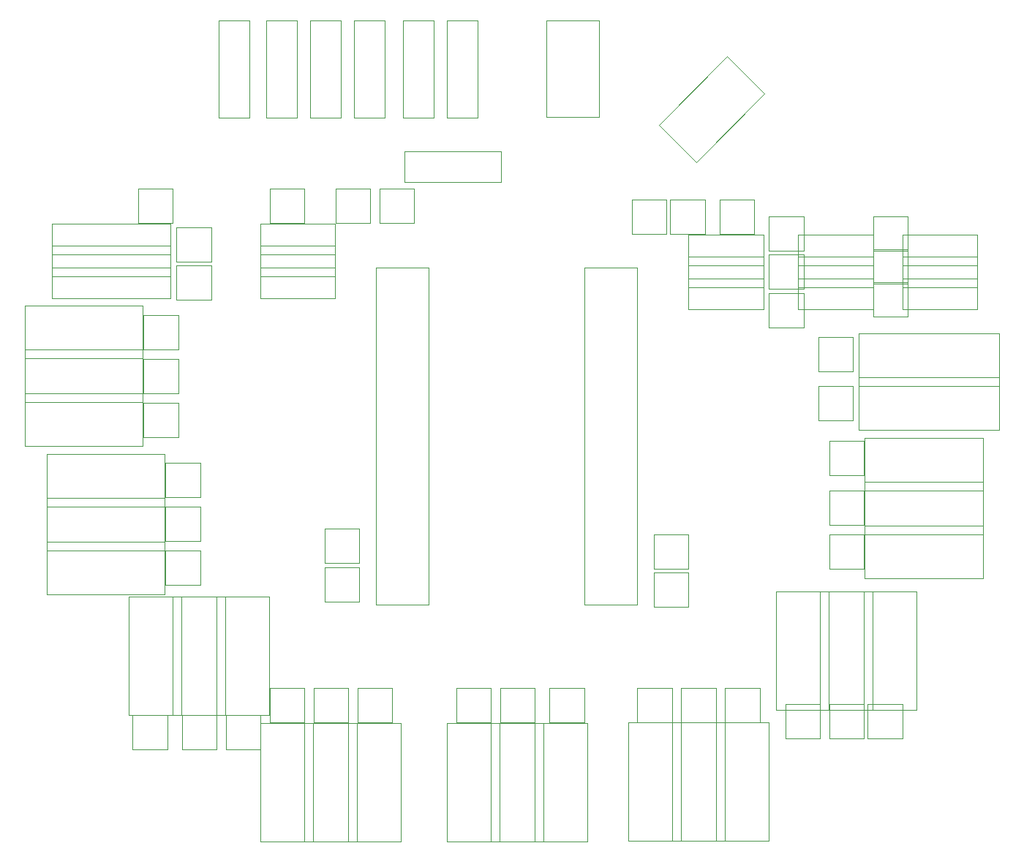
<source format=gbr>
%TF.GenerationSoftware,KiCad,Pcbnew,(5.1.9)-1*%
%TF.CreationDate,2021-04-12T23:12:51+02:00*%
%TF.ProjectId,Version1Female,56657273-696f-46e3-9146-656d616c652e,rev?*%
%TF.SameCoordinates,Original*%
%TF.FileFunction,Other,User*%
%FSLAX46Y46*%
G04 Gerber Fmt 4.6, Leading zero omitted, Abs format (unit mm)*
G04 Created by KiCad (PCBNEW (5.1.9)-1) date 2021-04-12 23:12:51*
%MOMM*%
%LPD*%
G01*
G04 APERTURE LIST*
%ADD10C,0.050000*%
G04 APERTURE END LIST*
D10*
%TO.C,J17*%
X111230000Y-45845000D02*
X111230000Y-57045000D01*
X114780000Y-45845000D02*
X111230000Y-45845000D01*
X114780000Y-57045000D02*
X114780000Y-45845000D01*
X111230000Y-57045000D02*
X114780000Y-57045000D01*
%TO.C,J6*%
X121390000Y-45845000D02*
X121390000Y-57045000D01*
X124940000Y-45845000D02*
X121390000Y-45845000D01*
X124940000Y-57045000D02*
X124940000Y-45845000D01*
X121390000Y-57045000D02*
X124940000Y-57045000D01*
%TO.C,J14*%
X105760000Y-45845000D02*
X105760000Y-57045000D01*
X109310000Y-45845000D02*
X105760000Y-45845000D01*
X109310000Y-57045000D02*
X109310000Y-45845000D01*
X105760000Y-57045000D02*
X109310000Y-57045000D01*
%TO.C,J12*%
X127105000Y-45845000D02*
X127105000Y-57045000D01*
X130655000Y-45845000D02*
X127105000Y-45845000D01*
X130655000Y-57045000D02*
X130655000Y-45845000D01*
X127105000Y-57045000D02*
X130655000Y-57045000D01*
%TO.C,J9*%
X132185000Y-45845000D02*
X132185000Y-57045000D01*
X135735000Y-45845000D02*
X132185000Y-45845000D01*
X135735000Y-57045000D02*
X135735000Y-45845000D01*
X132185000Y-57045000D02*
X135735000Y-57045000D01*
%TO.C,J4*%
X116310000Y-45845000D02*
X116310000Y-57045000D01*
X119860000Y-45845000D02*
X116310000Y-45845000D01*
X119860000Y-57045000D02*
X119860000Y-45845000D01*
X116310000Y-57045000D02*
X119860000Y-57045000D01*
%TO.C,J59*%
X149755000Y-57025000D02*
X149755000Y-45825000D01*
X143655000Y-57025000D02*
X149755000Y-57025000D01*
X143655000Y-45825000D02*
X143655000Y-57025000D01*
X149755000Y-45825000D02*
X143655000Y-45825000D01*
%TO.C,J58*%
X156694364Y-57893949D02*
X161007716Y-62207300D01*
X161007716Y-62207300D02*
X168927312Y-54287704D01*
X168927312Y-54287704D02*
X164613960Y-49974353D01*
X164613960Y-49974353D02*
X156694364Y-57893949D01*
%TO.C,J57*%
X193540000Y-75670000D02*
X184890000Y-75670000D01*
X193540000Y-79220000D02*
X193540000Y-75670000D01*
X184890000Y-79220000D02*
X193540000Y-79220000D01*
X184890000Y-75670000D02*
X184890000Y-79220000D01*
%TO.C,J56*%
X193540000Y-73130000D02*
X184890000Y-73130000D01*
X193540000Y-76680000D02*
X193540000Y-73130000D01*
X184890000Y-76680000D02*
X193540000Y-76680000D01*
X184890000Y-73130000D02*
X184890000Y-76680000D01*
%TO.C,J55*%
X169440000Y-140805000D02*
X169440000Y-127105000D01*
X163340000Y-140805000D02*
X169440000Y-140805000D01*
X163340000Y-127105000D02*
X163340000Y-140805000D01*
X169440000Y-127105000D02*
X163340000Y-127105000D01*
%TO.C,J54*%
X115675000Y-127165000D02*
X115675000Y-140865000D01*
X121775000Y-127165000D02*
X115675000Y-127165000D01*
X121775000Y-140865000D02*
X121775000Y-127165000D01*
X115675000Y-140865000D02*
X121775000Y-140865000D01*
%TO.C,J53*%
X110595000Y-127165000D02*
X110595000Y-140865000D01*
X116695000Y-127165000D02*
X110595000Y-127165000D01*
X116695000Y-140865000D02*
X116695000Y-127165000D01*
X110595000Y-140865000D02*
X116695000Y-140865000D01*
%TO.C,J52*%
X96990000Y-78845000D02*
X83290000Y-78845000D01*
X96990000Y-84945000D02*
X96990000Y-78845000D01*
X83290000Y-84945000D02*
X96990000Y-84945000D01*
X83290000Y-78845000D02*
X83290000Y-84945000D01*
%TO.C,J51*%
X96990000Y-83925000D02*
X83290000Y-83925000D01*
X96990000Y-90025000D02*
X96990000Y-83925000D01*
X83290000Y-90025000D02*
X96990000Y-90025000D01*
X83290000Y-83925000D02*
X83290000Y-90025000D01*
%TO.C,J50*%
X96990000Y-89005000D02*
X83290000Y-89005000D01*
X96990000Y-95105000D02*
X96990000Y-89005000D01*
X83290000Y-95105000D02*
X96990000Y-95105000D01*
X83290000Y-89005000D02*
X83290000Y-95105000D01*
%TO.C,J48*%
X99530000Y-95990000D02*
X85830000Y-95990000D01*
X99530000Y-102090000D02*
X99530000Y-95990000D01*
X85830000Y-102090000D02*
X99530000Y-102090000D01*
X85830000Y-95990000D02*
X85830000Y-102090000D01*
%TO.C,J47*%
X99530000Y-101070000D02*
X85830000Y-101070000D01*
X99530000Y-107170000D02*
X99530000Y-101070000D01*
X85830000Y-107170000D02*
X99530000Y-107170000D01*
X85830000Y-101070000D02*
X85830000Y-107170000D01*
%TO.C,J46*%
X99530000Y-106150000D02*
X85830000Y-106150000D01*
X99530000Y-112250000D02*
X99530000Y-106150000D01*
X85830000Y-112250000D02*
X99530000Y-112250000D01*
X85830000Y-106150000D02*
X85830000Y-112250000D01*
%TO.C,J45*%
X100165000Y-69320000D02*
X86465000Y-69320000D01*
X100165000Y-72870000D02*
X100165000Y-69320000D01*
X86465000Y-72870000D02*
X100165000Y-72870000D01*
X86465000Y-69320000D02*
X86465000Y-72870000D01*
%TO.C,J44*%
X105515000Y-112560000D02*
X105515000Y-126260000D01*
X111615000Y-112560000D02*
X105515000Y-112560000D01*
X111615000Y-126260000D02*
X111615000Y-112560000D01*
X105515000Y-126260000D02*
X111615000Y-126260000D01*
%TO.C,J43*%
X100435000Y-112560000D02*
X100435000Y-126260000D01*
X106535000Y-112560000D02*
X100435000Y-112560000D01*
X106535000Y-126260000D02*
X106535000Y-112560000D01*
X100435000Y-126260000D02*
X106535000Y-126260000D01*
%TO.C,J42*%
X95355000Y-112560000D02*
X95355000Y-126260000D01*
X101455000Y-112560000D02*
X95355000Y-112560000D01*
X101455000Y-126260000D02*
X101455000Y-112560000D01*
X95355000Y-126260000D02*
X101455000Y-126260000D01*
%TO.C,J41*%
X180505000Y-100225000D02*
X194205000Y-100225000D01*
X180505000Y-94125000D02*
X180505000Y-100225000D01*
X194205000Y-94125000D02*
X180505000Y-94125000D01*
X194205000Y-100225000D02*
X194205000Y-94125000D01*
%TO.C,J40*%
X180505000Y-105305000D02*
X194205000Y-105305000D01*
X180505000Y-99205000D02*
X180505000Y-105305000D01*
X194205000Y-99205000D02*
X180505000Y-99205000D01*
X194205000Y-105305000D02*
X194205000Y-99205000D01*
%TO.C,J39*%
X180505000Y-110385000D02*
X194205000Y-110385000D01*
X180505000Y-104285000D02*
X180505000Y-110385000D01*
X194205000Y-104285000D02*
X180505000Y-104285000D01*
X194205000Y-110385000D02*
X194205000Y-104285000D01*
%TO.C,J38*%
X180445000Y-111925000D02*
X180445000Y-125625000D01*
X186545000Y-111925000D02*
X180445000Y-111925000D01*
X186545000Y-125625000D02*
X186545000Y-111925000D01*
X180445000Y-125625000D02*
X186545000Y-125625000D01*
%TO.C,J37*%
X193540000Y-70590000D02*
X184890000Y-70590000D01*
X193540000Y-74140000D02*
X193540000Y-70590000D01*
X184890000Y-74140000D02*
X193540000Y-74140000D01*
X184890000Y-70590000D02*
X184890000Y-74140000D01*
%TO.C,J36*%
X181505000Y-74190000D02*
X181505000Y-70640000D01*
X181505000Y-70640000D02*
X172855000Y-70640000D01*
X172855000Y-70640000D02*
X172855000Y-74190000D01*
X172855000Y-74190000D02*
X181505000Y-74190000D01*
%TO.C,J35*%
X119245000Y-69320000D02*
X110595000Y-69320000D01*
X119245000Y-72870000D02*
X119245000Y-69320000D01*
X110595000Y-72870000D02*
X119245000Y-72870000D01*
X110595000Y-69320000D02*
X110595000Y-72870000D01*
%TO.C,J34*%
X160155000Y-74190000D02*
X168805000Y-74190000D01*
X160155000Y-70640000D02*
X160155000Y-74190000D01*
X168805000Y-70640000D02*
X160155000Y-70640000D01*
X168805000Y-74190000D02*
X168805000Y-70640000D01*
%TO.C,J33*%
X100165000Y-71860000D02*
X86465000Y-71860000D01*
X100165000Y-75410000D02*
X100165000Y-71860000D01*
X86465000Y-75410000D02*
X100165000Y-75410000D01*
X86465000Y-71860000D02*
X86465000Y-75410000D01*
%TO.C,J32*%
X175365000Y-111925000D02*
X175365000Y-125625000D01*
X181465000Y-111925000D02*
X175365000Y-111925000D01*
X181465000Y-125625000D02*
X181465000Y-111925000D01*
X175365000Y-125625000D02*
X181465000Y-125625000D01*
%TO.C,J31*%
X170285000Y-111925000D02*
X170285000Y-125625000D01*
X176385000Y-111925000D02*
X170285000Y-111925000D01*
X176385000Y-125625000D02*
X176385000Y-111925000D01*
X170285000Y-125625000D02*
X176385000Y-125625000D01*
%TO.C,J30*%
X164360000Y-140805000D02*
X164360000Y-127105000D01*
X158260000Y-140805000D02*
X164360000Y-140805000D01*
X158260000Y-127105000D02*
X158260000Y-140805000D01*
X164360000Y-127105000D02*
X158260000Y-127105000D01*
%TO.C,J29*%
X159280000Y-140805000D02*
X159280000Y-127105000D01*
X153180000Y-140805000D02*
X159280000Y-140805000D01*
X153180000Y-127105000D02*
X153180000Y-140805000D01*
X159280000Y-127105000D02*
X153180000Y-127105000D01*
%TO.C,J28*%
X142345000Y-127165000D02*
X142345000Y-140865000D01*
X148445000Y-127165000D02*
X142345000Y-127165000D01*
X148445000Y-140865000D02*
X148445000Y-127165000D01*
X142345000Y-140865000D02*
X148445000Y-140865000D01*
%TO.C,J27*%
X137265000Y-127165000D02*
X137265000Y-140865000D01*
X143365000Y-127165000D02*
X137265000Y-127165000D01*
X143365000Y-140865000D02*
X143365000Y-127165000D01*
X137265000Y-140865000D02*
X143365000Y-140865000D01*
%TO.C,J26*%
X132185000Y-127165000D02*
X132185000Y-140865000D01*
X138285000Y-127165000D02*
X132185000Y-127165000D01*
X138285000Y-140865000D02*
X138285000Y-127165000D01*
X132185000Y-140865000D02*
X138285000Y-140865000D01*
%TO.C,J25*%
X181505000Y-76730000D02*
X181505000Y-73180000D01*
X181505000Y-73180000D02*
X172855000Y-73180000D01*
X172855000Y-73180000D02*
X172855000Y-76730000D01*
X172855000Y-76730000D02*
X181505000Y-76730000D01*
%TO.C,J24*%
X119245000Y-71860000D02*
X110595000Y-71860000D01*
X119245000Y-75410000D02*
X119245000Y-71860000D01*
X110595000Y-75410000D02*
X119245000Y-75410000D01*
X110595000Y-71860000D02*
X110595000Y-75410000D01*
%TO.C,J23*%
X160155000Y-76730000D02*
X168805000Y-76730000D01*
X160155000Y-73180000D02*
X160155000Y-76730000D01*
X168805000Y-73180000D02*
X160155000Y-73180000D01*
X168805000Y-76730000D02*
X168805000Y-73180000D01*
%TO.C,J22*%
X100165000Y-74400000D02*
X86465000Y-74400000D01*
X100165000Y-77950000D02*
X100165000Y-74400000D01*
X86465000Y-77950000D02*
X100165000Y-77950000D01*
X86465000Y-74400000D02*
X86465000Y-77950000D01*
%TO.C,J21*%
X181505000Y-79270000D02*
X181505000Y-75720000D01*
X181505000Y-75720000D02*
X172855000Y-75720000D01*
X172855000Y-75720000D02*
X172855000Y-79270000D01*
X172855000Y-79270000D02*
X181505000Y-79270000D01*
%TO.C,J20*%
X119245000Y-74400000D02*
X110595000Y-74400000D01*
X119245000Y-77950000D02*
X119245000Y-74400000D01*
X110595000Y-77950000D02*
X119245000Y-77950000D01*
X110595000Y-74400000D02*
X110595000Y-77950000D01*
%TO.C,J19*%
X160155000Y-79270000D02*
X168805000Y-79270000D01*
X160155000Y-75720000D02*
X160155000Y-79270000D01*
X168805000Y-75720000D02*
X160155000Y-75720000D01*
X168805000Y-79270000D02*
X168805000Y-75720000D01*
%TO.C,J18*%
X120755000Y-127165000D02*
X120755000Y-140865000D01*
X126855000Y-127165000D02*
X120755000Y-127165000D01*
X126855000Y-140865000D02*
X126855000Y-127165000D01*
X120755000Y-140865000D02*
X126855000Y-140865000D01*
%TO.C,J15*%
X138432000Y-60938000D02*
X127232000Y-60938000D01*
X138432000Y-64488000D02*
X138432000Y-60938000D01*
X127232000Y-64488000D02*
X138432000Y-64488000D01*
X127232000Y-60938000D02*
X127232000Y-64488000D01*
%TO.C,J7*%
X179860000Y-93240000D02*
X196110000Y-93240000D01*
X179860000Y-87140000D02*
X179860000Y-93240000D01*
X196110000Y-87140000D02*
X179860000Y-87140000D01*
X196110000Y-93240000D02*
X196110000Y-87140000D01*
%TO.C,J3*%
X130070000Y-113500000D02*
X130070000Y-74400000D01*
X123970000Y-113500000D02*
X130070000Y-113500000D01*
X123970000Y-74400000D02*
X123970000Y-113500000D01*
X130070000Y-74400000D02*
X123970000Y-74400000D01*
%TO.C,J2*%
X179860000Y-88160000D02*
X196110000Y-88160000D01*
X179860000Y-82060000D02*
X179860000Y-88160000D01*
X196110000Y-82060000D02*
X179860000Y-82060000D01*
X196110000Y-88160000D02*
X196110000Y-82060000D01*
%TO.C,J1*%
X154200000Y-113500000D02*
X154200000Y-74400000D01*
X148100000Y-113500000D02*
X154200000Y-113500000D01*
X148100000Y-74400000D02*
X148100000Y-113500000D01*
X154200000Y-74400000D02*
X148100000Y-74400000D01*
%TO.C,TP43*%
X181515000Y-76105000D02*
X181515000Y-80105000D01*
X181515000Y-76105000D02*
X185515000Y-76105000D01*
X185515000Y-80105000D02*
X181515000Y-80105000D01*
X185515000Y-80105000D02*
X185515000Y-76105000D01*
%TO.C,TP42*%
X181515000Y-72295000D02*
X181515000Y-76295000D01*
X181515000Y-72295000D02*
X185515000Y-72295000D01*
X185515000Y-76295000D02*
X181515000Y-76295000D01*
X185515000Y-76295000D02*
X185515000Y-72295000D01*
%TO.C,TP41*%
X181515000Y-68485000D02*
X181515000Y-72485000D01*
X181515000Y-68485000D02*
X185515000Y-68485000D01*
X185515000Y-72485000D02*
X181515000Y-72485000D01*
X185515000Y-72485000D02*
X185515000Y-68485000D01*
%TO.C,TP40*%
X179165000Y-88170000D02*
X175165000Y-88170000D01*
X179165000Y-88170000D02*
X179165000Y-92170000D01*
X175165000Y-92170000D02*
X175165000Y-88170000D01*
X175165000Y-92170000D02*
X179165000Y-92170000D01*
%TO.C,TP39*%
X179165000Y-82455000D02*
X175165000Y-82455000D01*
X179165000Y-82455000D02*
X179165000Y-86455000D01*
X175165000Y-86455000D02*
X175165000Y-82455000D01*
X175165000Y-86455000D02*
X179165000Y-86455000D01*
%TO.C,TP38*%
X118015000Y-108680000D02*
X122015000Y-108680000D01*
X118015000Y-108680000D02*
X118015000Y-104680000D01*
X122015000Y-104680000D02*
X122015000Y-108680000D01*
X122015000Y-104680000D02*
X118015000Y-104680000D01*
X118015000Y-113125000D02*
X122015000Y-113125000D01*
X118015000Y-113125000D02*
X118015000Y-109125000D01*
X122015000Y-109125000D02*
X122015000Y-113125000D01*
X122015000Y-109125000D02*
X118015000Y-109125000D01*
%TO.C,TP37*%
X156115000Y-109315000D02*
X160115000Y-109315000D01*
X156115000Y-109315000D02*
X156115000Y-105315000D01*
X160115000Y-105315000D02*
X160115000Y-109315000D01*
X160115000Y-105315000D02*
X156115000Y-105315000D01*
X156115000Y-113760000D02*
X160115000Y-113760000D01*
X156115000Y-113760000D02*
X156115000Y-109760000D01*
X160115000Y-109760000D02*
X160115000Y-113760000D01*
X160115000Y-109760000D02*
X156115000Y-109760000D01*
%TO.C,TP36*%
X169450000Y-68485000D02*
X169450000Y-72485000D01*
X169450000Y-68485000D02*
X173450000Y-68485000D01*
X173450000Y-72485000D02*
X169450000Y-72485000D01*
X173450000Y-72485000D02*
X173450000Y-68485000D01*
%TO.C,TP35*%
X169450000Y-72930000D02*
X169450000Y-76930000D01*
X169450000Y-72930000D02*
X173450000Y-72930000D01*
X173450000Y-76930000D02*
X169450000Y-76930000D01*
X173450000Y-76930000D02*
X173450000Y-72930000D01*
%TO.C,TP34*%
X169450000Y-77375000D02*
X169450000Y-81375000D01*
X169450000Y-77375000D02*
X173450000Y-77375000D01*
X173450000Y-81375000D02*
X169450000Y-81375000D01*
X173450000Y-81375000D02*
X173450000Y-77375000D01*
%TO.C,TP33*%
X111665000Y-65310000D02*
X111665000Y-69310000D01*
X111665000Y-65310000D02*
X115665000Y-65310000D01*
X115665000Y-69310000D02*
X111665000Y-69310000D01*
X115665000Y-69310000D02*
X115665000Y-65310000D01*
%TO.C,TP32*%
X119285000Y-65310000D02*
X119285000Y-69310000D01*
X119285000Y-65310000D02*
X123285000Y-65310000D01*
X123285000Y-69310000D02*
X119285000Y-69310000D01*
X123285000Y-69310000D02*
X123285000Y-65310000D01*
%TO.C,TP31*%
X124365000Y-65310000D02*
X124365000Y-69310000D01*
X124365000Y-65310000D02*
X128365000Y-65310000D01*
X128365000Y-69310000D02*
X124365000Y-69310000D01*
X128365000Y-69310000D02*
X128365000Y-65310000D01*
%TO.C,TP30*%
X163735000Y-66580000D02*
X163735000Y-70580000D01*
X163735000Y-66580000D02*
X167735000Y-66580000D01*
X167735000Y-70580000D02*
X163735000Y-70580000D01*
X167735000Y-70580000D02*
X167735000Y-66580000D01*
%TO.C,TP29*%
X158020000Y-66580000D02*
X158020000Y-70580000D01*
X158020000Y-66580000D02*
X162020000Y-66580000D01*
X162020000Y-70580000D02*
X158020000Y-70580000D01*
X162020000Y-70580000D02*
X162020000Y-66580000D01*
%TO.C,TP28*%
X153575000Y-66580000D02*
X153575000Y-70580000D01*
X153575000Y-66580000D02*
X157575000Y-66580000D01*
X157575000Y-70580000D02*
X153575000Y-70580000D01*
X157575000Y-70580000D02*
X157575000Y-66580000D01*
%TO.C,TP27*%
X100425000Y-65310000D02*
X96425000Y-65310000D01*
X100425000Y-65310000D02*
X100425000Y-69310000D01*
X96425000Y-69310000D02*
X96425000Y-65310000D01*
X96425000Y-69310000D02*
X100425000Y-69310000D01*
%TO.C,TP26*%
X100870000Y-69755000D02*
X100870000Y-73755000D01*
X100870000Y-69755000D02*
X104870000Y-69755000D01*
X104870000Y-73755000D02*
X100870000Y-73755000D01*
X104870000Y-73755000D02*
X104870000Y-69755000D01*
%TO.C,TP25*%
X100870000Y-74200000D02*
X100870000Y-78200000D01*
X100870000Y-74200000D02*
X104870000Y-74200000D01*
X104870000Y-78200000D02*
X100870000Y-78200000D01*
X104870000Y-78200000D02*
X104870000Y-74200000D01*
%TO.C,TP24*%
X97060000Y-79915000D02*
X97060000Y-83915000D01*
X97060000Y-79915000D02*
X101060000Y-79915000D01*
X101060000Y-83915000D02*
X97060000Y-83915000D01*
X101060000Y-83915000D02*
X101060000Y-79915000D01*
%TO.C,TP23*%
X97060000Y-84995000D02*
X97060000Y-88995000D01*
X97060000Y-84995000D02*
X101060000Y-84995000D01*
X101060000Y-88995000D02*
X97060000Y-88995000D01*
X101060000Y-88995000D02*
X101060000Y-84995000D01*
%TO.C,TP22*%
X97060000Y-90075000D02*
X97060000Y-94075000D01*
X97060000Y-90075000D02*
X101060000Y-90075000D01*
X101060000Y-94075000D02*
X97060000Y-94075000D01*
X101060000Y-94075000D02*
X101060000Y-90075000D01*
%TO.C,TP21*%
X99600000Y-97060000D02*
X99600000Y-101060000D01*
X99600000Y-97060000D02*
X103600000Y-97060000D01*
X103600000Y-101060000D02*
X99600000Y-101060000D01*
X103600000Y-101060000D02*
X103600000Y-97060000D01*
%TO.C,TP20*%
X99600000Y-102140000D02*
X99600000Y-106140000D01*
X99600000Y-102140000D02*
X103600000Y-102140000D01*
X103600000Y-106140000D02*
X99600000Y-106140000D01*
X103600000Y-106140000D02*
X103600000Y-102140000D01*
%TO.C,TP19*%
X99600000Y-107220000D02*
X99600000Y-111220000D01*
X99600000Y-107220000D02*
X103600000Y-107220000D01*
X103600000Y-111220000D02*
X99600000Y-111220000D01*
X103600000Y-111220000D02*
X103600000Y-107220000D01*
%TO.C,TP18*%
X106585000Y-126270000D02*
X106585000Y-130270000D01*
X106585000Y-126270000D02*
X110585000Y-126270000D01*
X110585000Y-130270000D02*
X106585000Y-130270000D01*
X110585000Y-130270000D02*
X110585000Y-126270000D01*
%TO.C,TP17*%
X101505000Y-126270000D02*
X101505000Y-130270000D01*
X101505000Y-126270000D02*
X105505000Y-126270000D01*
X105505000Y-130270000D02*
X101505000Y-130270000D01*
X105505000Y-130270000D02*
X105505000Y-126270000D01*
%TO.C,TP16*%
X95790000Y-126270000D02*
X95790000Y-130270000D01*
X95790000Y-126270000D02*
X99790000Y-126270000D01*
X99790000Y-130270000D02*
X95790000Y-130270000D01*
X99790000Y-130270000D02*
X99790000Y-126270000D01*
%TO.C,TP15*%
X176435000Y-94520000D02*
X176435000Y-98520000D01*
X176435000Y-94520000D02*
X180435000Y-94520000D01*
X180435000Y-98520000D02*
X176435000Y-98520000D01*
X180435000Y-98520000D02*
X180435000Y-94520000D01*
%TO.C,TP14*%
X176435000Y-100235000D02*
X176435000Y-104235000D01*
X176435000Y-100235000D02*
X180435000Y-100235000D01*
X180435000Y-104235000D02*
X176435000Y-104235000D01*
X180435000Y-104235000D02*
X180435000Y-100235000D01*
%TO.C,TP13*%
X176435000Y-105315000D02*
X176435000Y-109315000D01*
X176435000Y-105315000D02*
X180435000Y-105315000D01*
X180435000Y-109315000D02*
X176435000Y-109315000D01*
X180435000Y-109315000D02*
X180435000Y-105315000D01*
%TO.C,TP12*%
X180880000Y-125000000D02*
X180880000Y-129000000D01*
X180880000Y-125000000D02*
X184880000Y-125000000D01*
X184880000Y-129000000D02*
X180880000Y-129000000D01*
X184880000Y-129000000D02*
X184880000Y-125000000D01*
%TO.C,TP11*%
X176435000Y-125000000D02*
X176435000Y-129000000D01*
X176435000Y-125000000D02*
X180435000Y-125000000D01*
X180435000Y-129000000D02*
X176435000Y-129000000D01*
X180435000Y-129000000D02*
X180435000Y-125000000D01*
%TO.C,TP10*%
X175355000Y-125000000D02*
X171355000Y-125000000D01*
X175355000Y-125000000D02*
X175355000Y-129000000D01*
X171355000Y-129000000D02*
X171355000Y-125000000D01*
X171355000Y-129000000D02*
X175355000Y-129000000D01*
%TO.C,TP9*%
X168370000Y-123095000D02*
X164370000Y-123095000D01*
X168370000Y-123095000D02*
X168370000Y-127095000D01*
X164370000Y-127095000D02*
X164370000Y-123095000D01*
X164370000Y-127095000D02*
X168370000Y-127095000D01*
%TO.C,TP8*%
X163290000Y-123095000D02*
X159290000Y-123095000D01*
X163290000Y-123095000D02*
X163290000Y-127095000D01*
X159290000Y-127095000D02*
X159290000Y-123095000D01*
X159290000Y-127095000D02*
X163290000Y-127095000D01*
%TO.C,TP7*%
X158210000Y-123095000D02*
X154210000Y-123095000D01*
X158210000Y-123095000D02*
X158210000Y-127095000D01*
X154210000Y-127095000D02*
X154210000Y-123095000D01*
X154210000Y-127095000D02*
X158210000Y-127095000D01*
%TO.C,TP6*%
X144050000Y-123095000D02*
X144050000Y-127095000D01*
X144050000Y-123095000D02*
X148050000Y-123095000D01*
X148050000Y-127095000D02*
X144050000Y-127095000D01*
X148050000Y-127095000D02*
X148050000Y-123095000D01*
%TO.C,TP5*%
X138335000Y-123095000D02*
X138335000Y-127095000D01*
X138335000Y-123095000D02*
X142335000Y-123095000D01*
X142335000Y-127095000D02*
X138335000Y-127095000D01*
X142335000Y-127095000D02*
X142335000Y-123095000D01*
%TO.C,TP4*%
X133255000Y-123095000D02*
X133255000Y-127095000D01*
X133255000Y-123095000D02*
X137255000Y-123095000D01*
X137255000Y-127095000D02*
X133255000Y-127095000D01*
X137255000Y-127095000D02*
X137255000Y-123095000D01*
%TO.C,TP3*%
X121825000Y-123095000D02*
X121825000Y-127095000D01*
X121825000Y-123095000D02*
X125825000Y-123095000D01*
X125825000Y-127095000D02*
X121825000Y-127095000D01*
X125825000Y-127095000D02*
X125825000Y-123095000D01*
%TO.C,TP2*%
X116745000Y-123095000D02*
X116745000Y-127095000D01*
X116745000Y-123095000D02*
X120745000Y-123095000D01*
X120745000Y-127095000D02*
X116745000Y-127095000D01*
X120745000Y-127095000D02*
X120745000Y-123095000D01*
%TO.C,TP1*%
X111665000Y-123095000D02*
X111665000Y-127095000D01*
X111665000Y-123095000D02*
X115665000Y-123095000D01*
X115665000Y-127095000D02*
X111665000Y-127095000D01*
X115665000Y-127095000D02*
X115665000Y-123095000D01*
%TD*%
M02*

</source>
